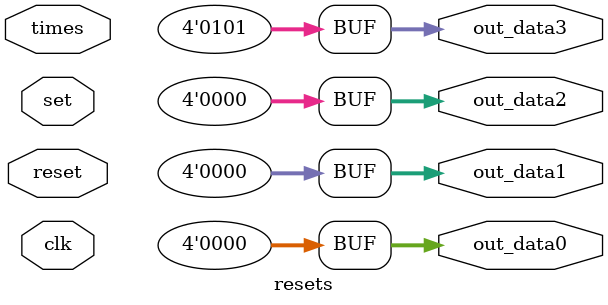
<source format=v>
`timescale 1ns / 1ps


module resets(
input clk,
input reset,
input set,
input [3:0]times,
output reg [3:0] out_data0,  // ¶¨Òå¶à¸ö¶ÀÁ¢¶Ë¿Ú
output reg [3:0] out_data1,
output reg [3:0] out_data2,
output reg [3:0] out_data3
    );
    
    initial begin
        out_data0 = 16'h3600;  // ³õÊ¼Öµ£¬¼ÙÉèÊÇ 16'h0000
        out_data1 = 16'h180;
        out_data2 = 16'h60;
        out_data3 = 16'h5;
     end
         localparam data0=4'd10;//Ð¡Ê±
         localparam data1=4'd3;//·ÖÖÓ
         localparam data2=4'd1;//·ÖÖÓ
         localparam data3=4'd5;//Ãë
         
//    end
     // ÔÚ power_on µÄÉÏÉýÑØ¼¤»î reset ÐÅºÅ
//    always @(posedge clk or posedge set) begin
//            // ÕâÀï¸ù¾ÝÐèÇóÉèÖÃ£¬ÔÚ reset µÍÊ±ÄãÏ£Íû×öµÄ²Ù×÷
//            // ±ÈÈç±£³ÖÊä³ö²»±ä£¬»òÕßÊÇÆäËûÂß¼­
//            if(set)begin
//            out_data0 <= in_data0 ;
//            out_data1 <= in_data1 ;
//            out_data2 <= in_data2 ;
//            out_data3 <= in_data3 ; // µ± reset Îª¸ßÊ±£¬Êä³ö¸úËæÊäÈë
//            end
//            else begin
//            out_data0 <= out_data0 ;
//            out_data1 <= out_data1 ;
//            out_data2 <= out_data2 ;
//            out_data3 <= out_data3 ;  // ÕâÀïÊ¾Àý±£³ÖÊä³ö²»±ä
//            end
        
        
//    end
endmodule

</source>
